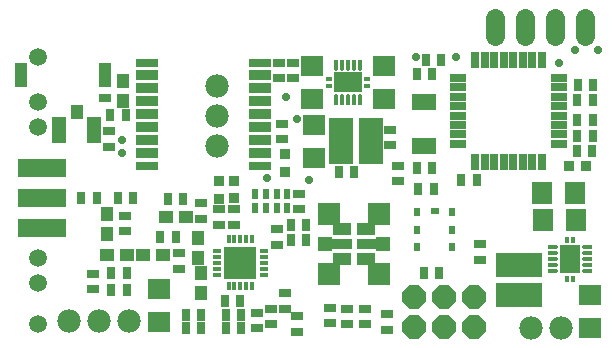
<source format=gts>
G75*
%MOIN*%
%OFA0B0*%
%FSLAX24Y24*%
%IPPOS*%
%LPD*%
%AMOC8*
5,1,8,0,0,1.08239X$1,22.5*
%
%ADD10C,0.0591*%
%ADD11R,0.0394X0.0316*%
%ADD12R,0.0316X0.0394*%
%ADD13R,0.0540X0.0260*%
%ADD14R,0.0260X0.0540*%
%ADD15R,0.0749X0.0355*%
%ADD16R,0.0749X0.0316*%
%ADD17R,0.0434X0.0827*%
%ADD18OC8,0.0780*%
%ADD19R,0.0434X0.0473*%
%ADD20R,0.0355X0.0355*%
%ADD21R,0.0453X0.0906*%
%ADD22R,0.0434X0.0453*%
%ADD23C,0.0780*%
%ADD24C,0.0138*%
%ADD25R,0.0118X0.0236*%
%ADD26R,0.0669X0.0965*%
%ADD27R,0.0299X0.0138*%
%ADD28R,0.1540X0.0800*%
%ADD29R,0.0749X0.0670*%
%ADD30R,0.0670X0.0749*%
%ADD31R,0.0236X0.0118*%
%ADD32R,0.0965X0.0669*%
%ADD33R,0.0138X0.0299*%
%ADD34R,0.0800X0.1540*%
%ADD35R,0.0740X0.0740*%
%ADD36R,0.0490X0.0490*%
%ADD37R,0.0740X0.0320*%
%ADD38R,0.0600X0.0390*%
%ADD39R,0.0827X0.0552*%
%ADD40R,0.0316X0.0138*%
%ADD41R,0.0138X0.0316*%
%ADD42R,0.1064X0.1064*%
%ADD43R,0.0473X0.0434*%
%ADD44R,0.1640X0.0640*%
%ADD45R,0.0237X0.0355*%
%ADD46C,0.0276*%
%ADD47R,0.0237X0.0276*%
%ADD48R,0.0276X0.0237*%
%ADD49C,0.0640*%
D10*
X001010Y001020D03*
X001010Y002370D03*
X001010Y003200D03*
X001010Y007570D03*
X001010Y008420D03*
X001010Y009920D03*
D11*
X003245Y009056D03*
X003245Y008544D03*
X003405Y007431D03*
X003405Y006919D03*
X006445Y005031D03*
X007075Y004841D03*
X007575Y004836D03*
X007575Y004324D03*
X007075Y004329D03*
X006445Y004519D03*
X005735Y003371D03*
X005735Y002859D03*
X003925Y004104D03*
X003925Y004616D03*
X002845Y002691D03*
X002845Y002179D03*
X008330Y001381D03*
X008800Y001516D03*
X009255Y001519D03*
X009675Y001271D03*
X009675Y000759D03*
X008800Y001004D03*
X008330Y000869D03*
X009255Y002031D03*
X010775Y001546D03*
X011310Y001526D03*
X011910Y001526D03*
X011910Y001014D03*
X011310Y001014D03*
X010775Y001034D03*
X012650Y000829D03*
X012650Y001341D03*
X015755Y003159D03*
X015755Y003671D03*
X013030Y005779D03*
X013030Y006291D03*
X012760Y006969D03*
X012760Y007481D03*
X009510Y009214D03*
X009060Y009214D03*
X009060Y009726D03*
X009510Y009726D03*
X009160Y007676D03*
X009160Y007164D03*
X009725Y005361D03*
X009725Y004849D03*
X009005Y004171D03*
X009005Y003659D03*
D12*
X009449Y003825D03*
X009961Y003825D03*
X009961Y004315D03*
X009449Y004315D03*
X011054Y006070D03*
X011566Y006070D03*
X013654Y006220D03*
X014166Y006220D03*
X014211Y005525D03*
X013699Y005525D03*
X015134Y005800D03*
X015646Y005800D03*
X018994Y006780D03*
X019506Y006780D03*
X019511Y007285D03*
X018999Y007285D03*
X019004Y007800D03*
X019516Y007800D03*
X019516Y008470D03*
X019004Y008470D03*
X019009Y008985D03*
X019521Y008985D03*
X014466Y009830D03*
X013954Y009830D03*
X014161Y009350D03*
X013649Y009350D03*
X005871Y005185D03*
X005359Y005185D03*
X004201Y005215D03*
X003689Y005215D03*
X002986Y005215D03*
X002474Y005215D03*
X005104Y003925D03*
X005616Y003925D03*
X003981Y002700D03*
X003469Y002700D03*
X003469Y002160D03*
X003981Y002160D03*
X005954Y001330D03*
X006466Y001330D03*
X006466Y000890D03*
X005954Y000890D03*
X007279Y000890D03*
X007791Y000890D03*
X007791Y001330D03*
X007761Y001795D03*
X007249Y001795D03*
X007279Y001330D03*
X013894Y002720D03*
X014406Y002720D03*
X003951Y007970D03*
X003439Y007970D03*
D13*
X015020Y007963D03*
X015020Y008277D03*
X015020Y008592D03*
X015020Y008907D03*
X015020Y009222D03*
X015020Y007648D03*
X015020Y007333D03*
X015020Y007018D03*
X018400Y007018D03*
X018400Y007333D03*
X018400Y007648D03*
X018400Y007963D03*
X018400Y008277D03*
X018400Y008592D03*
X018400Y008907D03*
X018400Y009222D03*
D14*
X017812Y009810D03*
X017497Y009810D03*
X017182Y009810D03*
X016867Y009810D03*
X016553Y009810D03*
X016238Y009810D03*
X015923Y009810D03*
X015608Y009810D03*
X015608Y006430D03*
X015923Y006430D03*
X016238Y006430D03*
X016553Y006430D03*
X016867Y006430D03*
X017182Y006430D03*
X017497Y006430D03*
X017812Y006430D03*
D15*
X008409Y006701D03*
X008409Y007134D03*
X008409Y007567D03*
X008409Y008000D03*
X008409Y008433D03*
X008409Y008866D03*
X008409Y009300D03*
X004669Y009300D03*
X004669Y008866D03*
X004669Y008433D03*
X004669Y008000D03*
X004669Y007567D03*
X004669Y007134D03*
X004669Y006701D03*
D16*
X004669Y006288D03*
X008409Y006288D03*
X008409Y009713D03*
X004669Y009713D03*
D17*
X003260Y009320D03*
X000465Y009320D03*
D18*
X013560Y001920D03*
X014560Y001920D03*
X015560Y001920D03*
X015560Y000920D03*
X014560Y000920D03*
X013560Y000920D03*
D19*
X006455Y002040D03*
X006455Y002710D03*
X006365Y003225D03*
X006365Y003895D03*
X003310Y004020D03*
X003310Y004690D03*
X003860Y008435D03*
X003860Y009105D03*
D20*
X009265Y006670D03*
X009265Y006080D03*
X007575Y005790D03*
X007075Y005785D03*
X007075Y005195D03*
X007575Y005200D03*
X018715Y006270D03*
X019305Y006270D03*
D21*
X002891Y007490D03*
X001729Y007490D03*
D22*
X002310Y008091D03*
D23*
X006980Y007960D03*
X006980Y006960D03*
X006980Y008960D03*
X004060Y001110D03*
X003060Y001110D03*
X002060Y001110D03*
X017465Y000880D03*
X018465Y000880D03*
D24*
X018301Y002776D03*
X018301Y002973D03*
X018301Y003170D03*
X018301Y003367D03*
X018301Y003564D03*
X019219Y003564D03*
X019219Y003367D03*
X019219Y003170D03*
X019219Y002973D03*
X019219Y002776D03*
X011754Y008611D03*
X011557Y008611D03*
X011360Y008611D03*
X011163Y008611D03*
X010966Y008611D03*
X010966Y009529D03*
X011163Y009529D03*
X011360Y009529D03*
X011557Y009529D03*
X011754Y009529D03*
D25*
X018652Y003810D03*
X018868Y003810D03*
X018868Y002530D03*
X018652Y002530D03*
D26*
X018760Y003170D03*
D27*
X018152Y003170D03*
X018152Y002973D03*
X018152Y002776D03*
X018152Y003367D03*
X018152Y003564D03*
X019368Y003564D03*
X019368Y003367D03*
X019368Y003170D03*
X019368Y002973D03*
X019368Y002776D03*
D28*
X017060Y002970D03*
X017060Y001970D03*
D29*
X019410Y001971D03*
X019410Y000869D03*
X010225Y006534D03*
X010225Y007636D03*
X010160Y008519D03*
X010160Y009621D03*
X012560Y009621D03*
X012560Y008519D03*
X005045Y002176D03*
X005045Y001074D03*
D30*
X017809Y005370D03*
X018911Y005370D03*
X018961Y004470D03*
X017859Y004470D03*
D31*
X012000Y008962D03*
X012000Y009178D03*
X010720Y009178D03*
X010720Y008962D03*
D32*
X011360Y009070D03*
D33*
X011360Y008462D03*
X011163Y008462D03*
X010966Y008462D03*
X011557Y008462D03*
X011754Y008462D03*
X011754Y009678D03*
X011557Y009678D03*
X011360Y009678D03*
X011163Y009678D03*
X010966Y009678D03*
D34*
X011110Y007120D03*
X012110Y007120D03*
D35*
X012387Y004670D03*
X010733Y004670D03*
X010733Y002670D03*
X012387Y002670D03*
D36*
X012537Y003670D03*
X010583Y003670D03*
D37*
X011110Y003670D03*
X012010Y003670D03*
D38*
X011960Y003170D03*
X011160Y003170D03*
X011160Y004170D03*
X011960Y004170D03*
D39*
X013881Y006931D03*
X013881Y008427D03*
D40*
X008557Y003449D03*
X008557Y003252D03*
X008557Y003055D03*
X008557Y002858D03*
X008557Y002661D03*
X006983Y002661D03*
X006983Y002858D03*
X006983Y003055D03*
X006983Y003252D03*
X006983Y003449D03*
D41*
X007376Y003842D03*
X007573Y003842D03*
X007770Y003842D03*
X007967Y003842D03*
X008164Y003842D03*
X008164Y002268D03*
X007967Y002268D03*
X007770Y002268D03*
X007573Y002268D03*
X007376Y002268D03*
D42*
X007770Y003055D03*
D43*
X005960Y004565D03*
X005290Y004565D03*
X005190Y003315D03*
X004520Y003315D03*
X003985Y003310D03*
X003315Y003310D03*
D44*
X001170Y004210D03*
X001170Y005210D03*
X001170Y006210D03*
D45*
X008269Y005356D03*
X008623Y005356D03*
X008977Y005356D03*
X009331Y005356D03*
X009331Y004884D03*
X008977Y004884D03*
X008623Y004884D03*
X008269Y004884D03*
D46*
X008665Y005880D03*
X010060Y005815D03*
X009645Y007840D03*
X009285Y008580D03*
X013615Y009905D03*
X014970Y009930D03*
X018405Y009705D03*
X018935Y010135D03*
X019685Y010140D03*
X003820Y007135D03*
X003815Y006700D03*
D47*
X013674Y004751D03*
X013674Y004160D03*
X013674Y003569D03*
X014816Y003569D03*
X014816Y004160D03*
X014816Y004751D03*
D48*
X014245Y004770D03*
D49*
X016260Y010620D02*
X016260Y011220D01*
X017260Y011220D02*
X017260Y010620D01*
X018260Y010620D02*
X018260Y011220D01*
X019260Y011220D02*
X019260Y010620D01*
M02*

</source>
